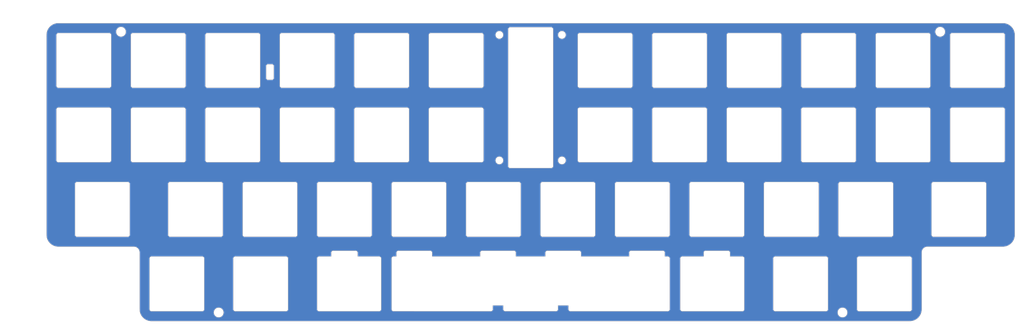
<source format=kicad_pcb>
(kicad_pcb (version 20221018) (generator pcbnew)
  (layers (0 "F.Cu" signal) (31 "B.Cu" signal) (34 "B.Paste" user) (35 "F.Paste" user) (36 "B.SilkS" user "B.Silkscreen") (37 "F.SilkS" user "F.Silkscreen") (38 "B.Mask" user) (39 "F.Mask" user) (44 "Edge.Cuts" user))
  (net 0 "")
  (gr_line (start 232.81611 88.225605) (end 245.81611 88.225605) (stroke (width 0.09)) (layer "Edge.Cuts"))
  (gr_line (start 229.6469 107.776605) (end 229.6469 120.776605) (stroke (width 0.09)) (layer "Edge.Cuts"))
  (gr_curve (pts (xy 87.903815 61.60142) (xy 87.903815 61.848363) (xy 87.692152 62.095309) (xy 87.409928 62.095309)) (stroke (width 0.09)) (layer "Edge.Cuts"))
  (gr_line (start 198.691039 50.625605) (end 198.691039 63.625605) (stroke (width 0.09)) (layer "Edge.Cuts"))
  (gr_line (start 236.291039 64.125605) (end 223.291039 64.125605) (stroke (width 0.09)) (layer "Edge.Cuts"))
  (gr_curve (pts (xy 131.51611 88.225605) (xy 131.792252 88.225605) (xy 132.01611 88.449462) (xy 132.01611 88.725605)) (stroke (width 0.09)) (layer "Edge.Cuts"))
  (gr_curve (pts (xy 274.391039 69.175605) (xy 274.667181 69.175605) (xy 274.891039 69.399463) (xy 274.891039 69.675605)) (stroke (width 0.09)) (layer "Edge.Cuts"))
  (gr_line (start 157.36565 107.273775) (end 149.814697 107.273775) (stroke (width 0.09)) (layer "Edge.Cuts"))
  (gr_line (start 103.441039 50.625605) (end 103.441039 63.625605) (stroke (width 0.09)) (layer "Edge.Cuts"))
  (gr_curve (pts (xy 187.915497 106.306605) (xy 187.915497 106.030463) (xy 187.691639 105.806605) (xy 187.415497 105.806605)) (stroke (width 0.09)) (layer "Edge.Cuts"))
  (gr_line (start 215.6469 120.776605) (end 215.6469 107.776605) (stroke (width 0.09)) (layer "Edge.Cuts"))
  (gr_curve (pts (xy 157.86565 105.806605) (xy 157.589508 105.806605) (xy 157.36565 106.030463) (xy 157.36565 106.306605)) (stroke (width 0.09)) (layer "Edge.Cuts"))
  (gr_line (start 261.391039 69.175605) (end 274.391039 69.175605) (stroke (width 0.09)) (layer "Edge.Cuts"))
  (gr_line (start 91.0344 121.276605) (end 78.0344 121.276605) (stroke (width 0.09)) (layer "Edge.Cuts"))
  (gr_curve (pts (xy 89.941039 83.175605) (xy 89.664896 83.175605) (xy 89.441039 82.951748) (xy 89.441039 82.675605)) (stroke (width 0.09)) (layer "Edge.Cuts"))
  (gr_line (start 192.37165 107.276605) (end 197.839649 107.276605) (stroke (width 0.09)) (layer "Edge.Cuts"))
  (gr_curve (pts (xy 216.1469 121.276605) (xy 215.870758 121.276605) (xy 215.6469 121.052748) (xy 215.6469 120.776605)) (stroke (width 0.09)) (layer "Edge.Cuts"))
  (gr_curve (pts (xy 29.76565 101.751605) (xy 29.76565 103.408459) (xy 31.108796 104.751605) (xy 32.76565 104.751605)) (stroke (width 0.09)) (layer "Edge.Cuts"))
  (gr_line (start 255.10315 104.751605) (end 274.41565 104.751605) (stroke (width 0.09)) (layer "Edge.Cuts"))
  (gr_curve (pts (xy 188.66565 121.276605) (xy 188.941792 121.276605) (xy 189.16565 121.052748) (xy 189.16565 120.776605)) (stroke (width 0.09)) (layer "Edge.Cuts"))
  (gr_curve (pts (xy 112.46611 88.225605) (xy 112.742252 88.225605) (xy 112.96611 88.449462) (xy 112.96611 88.725605)) (stroke (width 0.09)) (layer "Edge.Cuts"))
  (gr_curve (pts (xy 64.841039 50.125605) (xy 65.117181 50.125605) (xy 65.341039 50.349463) (xy 65.341039 50.625605)) (stroke (width 0.09)) (layer "Edge.Cuts"))
  (gr_curve (pts (xy 51.05315 101.725592) (xy 51.05315 102.001734) (xy 50.829292 102.225592) (xy 50.55315 102.225592)) (stroke (width 0.09)) (layer "Edge.Cuts"))
  (gr_curve (pts (xy 103.441039 63.625605) (xy 103.441039 63.901748) (xy 103.217181 64.125605) (xy 102.941039 64.125605)) (stroke (width 0.09)) (layer "Edge.Cuts"))
  (gr_line (start 51.341039 82.675605) (end 51.341039 69.675605) (stroke (width 0.09)) (layer "Edge.Cuts"))
  (gr_line (start 169.61611 102.225605) (end 156.61611 102.225605) (stroke (width 0.09)) (layer "Edge.Cuts"))
  (gr_line (start 203.741039 63.625605) (end 203.741039 50.625605) (stroke (width 0.09)) (layer "Edge.Cuts"))
  (gr_circle (center 73.798702 121.601934) (end 75.048702 121.601934) (stroke (width 0.09)) (fill none) (layer "Edge.Cuts"))
  (gr_curve (pts (xy 37.55315 102.225592) (xy 37.277008 102.225592) (xy 37.05315 102.001734) (xy 37.05315 101.725592)) (stroke (width 0.09)) (layer "Edge.Cuts"))
  (gr_curve (pts (xy 256.12815 88.725605) (xy 256.12815 88.449462) (xy 256.352008 88.225605) (xy 256.62815 88.225605)) (stroke (width 0.09)) (layer "Edge.Cuts"))
  (gr_curve (pts (xy 194.21611 88.725605) (xy 194.21611 88.449462) (xy 194.439967 88.225605) (xy 194.71611 88.225605)) (stroke (width 0.09)) (layer "Edge.Cuts"))
  (gr_curve (pts (xy 166.48965 106.306605) (xy 166.48965 106.030463) (xy 166.265792 105.806605) (xy 165.98965 105.806605)) (stroke (width 0.09)) (layer "Edge.Cuts"))
  (gr_curve (pts (xy 198.191039 50.125605) (xy 198.467181 50.125605) (xy 198.691039 50.349463) (xy 198.691039 50.625605)) (stroke (width 0.09)) (layer "Edge.Cuts"))
  (gr_line (start 93.41611 102.225605) (end 80.41611 102.225605) (stroke (width 0.09)) (layer "Edge.Cuts"))
  (gr_curve (pts (xy 274.891039 82.675605) (xy 274.891039 82.951748) (xy 274.667181 83.175605) (xy 274.391039 83.175605)) (stroke (width 0.09)) (layer "Edge.Cuts"))
  (gr_line (start 141.541039 69.675605) (end 141.541039 82.675605) (stroke (width 0.09)) (layer "Edge.Cuts"))
  (gr_line (start 121.991039 64.125605) (end 108.991039 64.125605) (stroke (width 0.09)) (layer "Edge.Cuts"))
  (gr_line (start 109.33965 106.306605) (end 109.339647 107.276605) (stroke (width 0.09)) (layer "Edge.Cuts"))
  (gr_line (start 50.55315 102.225592) (end 37.55315 102.225592) (stroke (width 0.09)) (layer "Edge.Cuts"))
  (gr_line (start 128.041039 50.125605) (end 141.041039 50.125605) (stroke (width 0.09)) (layer "Edge.Cuts"))
  (gr_curve (pts (xy 223.291039 83.175605) (xy 223.014896 83.175605) (xy 222.791039 82.951748) (xy 222.791039 82.675605)) (stroke (width 0.09)) (layer "Edge.Cuts"))
  (gr_curve (pts (xy 45.791039 50.125605) (xy 46.067181 50.125605) (xy 46.291039 50.349463) (xy 46.291039 50.625605)) (stroke (width 0.09)) (layer "Edge.Cuts"))
  (gr_curve (pts (xy 166.141039 83.175605) (xy 165.864896 83.175605) (xy 165.641039 82.951748) (xy 165.641039 82.675605)) (stroke (width 0.09)) (layer "Edge.Cuts"))
  (gr_curve (pts (xy 32.291039 50.625605) (xy 32.291039 50.349463) (xy 32.514896 50.125605) (xy 32.791039 50.125605)) (stroke (width 0.09)) (layer "Edge.Cuts"))
  (gr_curve (pts (xy 207.75265 107.276605) (xy 208.028792 107.276605) (xy 208.25265 107.500463) (xy 208.25265 107.776605)) (stroke (width 0.09)) (layer "Edge.Cuts"))
  (gr_curve (pts (xy 158.841539 48.650605) (xy 159.117681 48.650605) (xy 159.341539 48.874463) (xy 159.341539 49.150605)) (stroke (width 0.09)) (layer "Edge.Cuts"))
  (gr_curve (pts (xy 179.289325 105.806605) (xy 179.013183 105.806605) (xy 178.789325 106.030463) (xy 178.789325 106.306605)) (stroke (width 0.09)) (layer "Edge.Cuts"))
  (gr_curve (pts (xy 189.16565 107.776605) (xy 189.16565 107.500463) (xy 188.941792 107.276605) (xy 188.66565 107.276605)) (stroke (width 0.09)) (layer "Edge.Cuts"))
  (gr_line (start 46.291039 50.625605) (end 46.291039 63.625605) (stroke (width 0.09)) (layer "Edge.Cuts"))
  (gr_curve (pts (xy 261.391039 64.125605) (xy 261.114896 64.125605) (xy 260.891039 63.901748) (xy 260.891039 63.625605)) (stroke (width 0.09)) (layer "Edge.Cuts"))
  (gr_curve (pts (xy 122.491039 82.675605) (xy 122.491039 82.951748) (xy 122.267181 83.175605) (xy 121.991039 83.175605)) (stroke (width 0.09)) (layer "Edge.Cuts"))
  (gr_line (start 188.66611 102.225605) (end 175.66611 102.225605) (stroke (width 0.09)) (layer "Edge.Cuts"))
  (gr_curve (pts (xy 217.741039 82.675605) (xy 217.741039 82.951748) (xy 217.517181 83.175605) (xy 217.241039 83.175605)) (stroke (width 0.09)) (layer "Edge.Cuts"))
  (gr_curve (pts (xy 213.76611 102.225605) (xy 213.489967 102.225605) (xy 213.26611 102.001747) (xy 213.26611 101.725605)) (stroke (width 0.09)) (layer "Edge.Cuts"))
  (gr_line (start 118.01565 107.776624) (end 118.01565 120.773778) (stroke (width 0.09)) (layer "Edge.Cuts"))
  (gr_curve (pts (xy 245.81611 88.225605) (xy 246.092252 88.225605) (xy 246.31611 88.449462) (xy 246.31611 88.725605)) (stroke (width 0.09)) (layer "Edge.Cuts"))
  (gr_curve (pts (xy 32.291039 69.675605) (xy 32.291039 69.399463) (xy 32.514896 69.175605) (xy 32.791039 69.175605)) (stroke (width 0.09)) (layer "Edge.Cuts"))
  (gr_curve (pts (xy 108.83965 105.806605) (xy 109.115792 105.806605) (xy 109.33965 106.030463) (xy 109.33965 106.306605)) (stroke (width 0.09)) (layer "Edge.Cuts"))
  (gr_line (start 156.11611 101.725605) (end 156.11611 88.725605) (stroke (width 0.09)) (layer "Edge.Cuts"))
  (gr_curve (pts (xy 56.10315 107.776605) (xy 56.10315 107.500463) (xy 56.327008 107.276605) (xy 56.60315 107.276605)) (stroke (width 0.09)) (layer "Edge.Cuts"))
  (gr_curve (pts (xy 79.91611 88.725605) (xy 79.91611 88.449462) (xy 80.139967 88.225605) (xy 80.41611 88.225605)) (stroke (width 0.09)) (layer "Edge.Cuts"))
  (gr_curve (pts (xy 128.041039 83.175605) (xy 127.764896 83.175605) (xy 127.541039 82.951748) (xy 127.541039 82.675605)) (stroke (width 0.09)) (layer "Edge.Cuts"))
  (gr_curve (pts (xy 32.791039 64.125605) (xy 32.514896 64.125605) (xy 32.291039 63.901748) (xy 32.291039 63.625605)) (stroke (width 0.09)) (layer "Edge.Cuts"))
  (gr_curve (pts (xy 198.691039 82.675605) (xy 198.691039 82.951748) (xy 198.467181 83.175605) (xy 198.191039 83.175605)) (stroke (width 0.09)) (layer "Edge.Cuts"))
  (gr_curve (pts (xy 121.991039 69.175605) (xy 122.267181 69.175605) (xy 122.491039 69.399463) (xy 122.491039 69.675605)) (stroke (width 0.09)) (layer "Edge.Cuts"))
  (gr_curve (pts (xy 192.37165 121.276605) (xy 192.095508 121.276605) (xy 191.87165 121.052748) (xy 191.87165 120.776605)) (stroke (width 0.09)) (layer "Edge.Cuts"))
  (gr_line (start 89.441039 82.675605) (end 89.441039 69.675605) (stroke (width 0.09)) (layer "Edge.Cuts"))
  (gr_curve (pts (xy 232.81611 102.225605) (xy 232.539967 102.225605) (xy 232.31611 102.001747) (xy 232.31611 101.725605)) (stroke (width 0.09)) (layer "Edge.Cuts"))
  (gr_curve (pts (xy 141.541039 63.625605) (xy 141.541039 63.901748) (xy 141.317181 64.125605) (xy 141.041039 64.125605)) (stroke (width 0.09)) (layer "Edge.Cuts"))
  (gr_line (start 32.291039 63.625605) (end 32.291039 50.625605) (stroke (width 0.09)) (layer "Edge.Cuts"))
  (gr_line (start 32.291039 82.675605) (end 32.291039 69.675605) (stroke (width 0.09)) (layer "Edge.Cuts"))
  (gr_line (start 65.341039 69.675605) (end 65.341039 82.675605) (stroke (width 0.09)) (layer "Edge.Cuts"))
  (gr_line (start 179.641039 69.675605) (end 179.641039 82.675605) (stroke (width 0.09)) (layer "Edge.Cuts"))
  (gr_circle (center 258.34866 49.801983) (end 259.59866 49.801983) (stroke (width 0.09)) (fill none) (layer "Edge.Cuts"))
  (gr_curve (pts (xy 204.241039 83.175605) (xy 203.964896 83.175605) (xy 203.741039 82.951748) (xy 203.741039 82.675605)) (stroke (width 0.09)) (layer "Edge.Cuts"))
  (gr_line (start 127.541039 82.675605) (end 127.541039 69.675605) (stroke (width 0.09)) (layer "Edge.Cuts"))
  (gr_line (start 148.340539 48.650605) (end 158.841539 48.650605) (stroke (width 0.09)) (layer "Edge.Cuts"))
  (gr_line (start 74.86611 88.725605) (end 74.86611 101.725605) (stroke (width 0.09)) (layer "Edge.Cuts"))
  (gr_line (start 56.60315 107.276605) (end 69.60315 107.276605) (stroke (width 0.09)) (layer "Edge.Cuts"))
  (gr_line (start 178.789325 106.306605) (end 178.789325 107.276605) (stroke (width 0.09)) (layer "Edge.Cuts"))
  (gr_curve (pts (xy 74.86611 101.725605) (xy 74.86611 102.001747) (xy 74.642252 102.225605) (xy 74.36611 102.225605)) (stroke (width 0.09)) (layer "Edge.Cuts"))
  (gr_line (start 103.08965 105.806605) (end 108.83965 105.806605) (stroke (width 0.09)) (layer "Edge.Cuts"))
  (gr_curve (pts (xy 184.691039 69.675605) (xy 184.691039 69.399463) (xy 184.914896 69.175605) (xy 185.191039 69.175605)) (stroke (width 0.09)) (layer "Edge.Cuts"))
  (gr_line (start 198.691039 69.675605) (end 198.691039 82.675605) (stroke (width 0.09)) (layer "Edge.Cuts"))
  (gr_curve (pts (xy 128.041039 64.125605) (xy 127.764896 64.125605) (xy 127.541039 63.901748) (xy 127.541039 63.625605)) (stroke (width 0.09)) (layer "Edge.Cuts"))
  (gr_line (start 251.07815 107.776605) (end 251.07815 120.776605) (stroke (width 0.09)) (layer "Edge.Cuts"))
  (gr_line (start 270.12815 88.725605) (end 270.12815 101.725605) (stroke (width 0.09)) (layer "Edge.Cuts"))
  (gr_curve (pts (xy 194.71611 102.225605) (xy 194.439967 102.225605) (xy 194.21611 102.001747) (xy 194.21611 101.725605)) (stroke (width 0.09)) (layer "Edge.Cuts"))
  (gr_curve (pts (xy 51.341039 69.675605) (xy 51.341039 69.399463) (xy 51.564896 69.175605) (xy 51.841039 69.175605)) (stroke (width 0.09)) (layer "Edge.Cuts"))
  (gr_line (start 37.05315 101.725592) (end 37.05315 88.725592) (stroke (width 0.09)) (layer "Edge.Cuts"))
  (gr_curve (pts (xy 166.141039 64.125605) (xy 165.864896 64.125605) (xy 165.641039 63.901748) (xy 165.641039 63.625605)) (stroke (width 0.09)) (layer "Edge.Cuts"))
  (gr_line (start 207.75265 121.276605) (end 192.37165 121.276605) (stroke (width 0.09)) (layer "Edge.Cuts"))
  (gr_curve (pts (xy 85.928263 58.602809) (xy 85.928263 58.320587) (xy 86.139932 58.108919) (xy 86.422149 58.108919)) (stroke (width 0.09)) (layer "Edge.Cuts"))
  (gr_curve (pts (xy 102.941039 69.175605) (xy 103.217181 69.175605) (xy 103.441039 69.399463) (xy 103.441039 69.675605)) (stroke (width 0.09)) (layer "Edge.Cuts"))
  (gr_curve (pts (xy 137.06611 88.725605) (xy 137.06611 88.449462) (xy 137.289967 88.225605) (xy 137.56611 88.225605)) (stroke (width 0.09)) (layer "Edge.Cuts"))
  (gr_line (start 51.841039 50.125605) (end 64.841039 50.125605) (stroke (width 0.09)) (layer "Edge.Cuts"))
  (gr_line (start 217.241039 64.125605) (end 204.241039 64.125605) (stroke (width 0.09)) (layer "Edge.Cuts"))
  (gr_line (start 185.191039 50.125605) (end 198.191039 50.125605) (stroke (width 0.09)) (layer "Edge.Cuts"))
  (gr_curve (pts (xy 84.391039 82.675605) (xy 84.391039 82.951748) (xy 84.167181 83.175605) (xy 83.891039 83.175605)) (stroke (width 0.09)) (layer "Edge.Cuts"))
  (gr_curve (pts (xy 93.91611 101.725605) (xy 93.91611 102.001747) (xy 93.692252 102.225605) (xy 93.41611 102.225605)) (stroke (width 0.09)) (layer "Edge.Cuts"))
  (gr_line (start 53.57815 106.251605) (end 53.57815 120.801605) (stroke (width 0.09)) (layer "Edge.Cuts"))
  (gr_curve (pts (xy 102.58965 106.306605) (xy 102.58965 106.030463) (xy 102.813508 105.806605) (xy 103.08965 105.806605)) (stroke (width 0.09)) (layer "Edge.Cuts"))
  (gr_curve (pts (xy 118.51565 107.276624) (xy 118.239508 107.276624) (xy 118.01565 107.500482) (xy 118.01565 107.776624)) (stroke (width 0.09)) (layer "Edge.Cuts"))
  (gr_line (start 108.491039 63.625605) (end 108.491039 50.625605) (stroke (width 0.09)) (layer "Edge.Cuts"))
  (gr_curve (pts (xy 253.60315 106.251605) (xy 253.60315 105.423178) (xy 254.274723 104.751605) (xy 255.10315 104.751605)) (stroke (width 0.09)) (layer "Edge.Cuts"))
  (gr_curve (pts (xy 56.60315 121.276605) (xy 56.327008 121.276605) (xy 56.10315 121.052748) (xy 56.10315 120.776605)) (stroke (width 0.09)) (layer "Edge.Cuts"))
  (gr_line (start 217.741039 69.675605) (end 217.741039 82.675605) (stroke (width 0.09)) (layer "Edge.Cuts"))
  (gr_curve (pts (xy 141.041039 69.175605) (xy 141.317181 69.175605) (xy 141.541039 69.399463) (xy 141.541039 69.675605)) (stroke (width 0.09)) (layer "Edge.Cuts"))
  (gr_curve (pts (xy 52.07815 104.751605) (xy 52.906577 104.751605) (xy 53.57815 105.423178) (xy 53.57815 106.251605)) (stroke (width 0.09)) (layer "Edge.Cuts"))
  (gr_curve (pts (xy 250.57815 107.276605) (xy 250.854292 107.276605) (xy 251.07815 107.500463) (xy 251.07815 107.776605)) (stroke (width 0.09)) (layer "Edge.Cuts"))
  (gr_line (start 250.57815 121.276605) (end 237.57815 121.276605) (stroke (width 0.09)) (layer "Edge.Cuts"))
  (gr_curve (pts (xy 98.96611 88.725605) (xy 98.96611 88.449462) (xy 99.189967 88.225605) (xy 99.46611 88.225605)) (stroke (width 0.09)) (layer "Edge.Cuts"))
  (gr_curve (pts (xy 204.241039 64.125605) (xy 203.964896 64.125605) (xy 203.741039 63.901748) (xy 203.741039 63.625605)) (stroke (width 0.09)) (layer "Edge.Cuts"))
  (gr_line (start 119.26565 106.306605) (end 119.26565 107.276605) (stroke (width 0.09)) (layer "Edge.Cuts"))
  (gr_line (start 149.314697 105.806605) (end 141.189975 105.806605) (stroke (width 0.09)) (layer "Edge.Cuts"))
  (gr_curve (pts (xy 185.191039 83.175605) (xy 184.914896 83.175605) (xy 184.691039 82.951748) (xy 184.691039 82.675605)) (stroke (width 0.09)) (layer "Edge.Cuts"))
  (gr_line (start 79.91611 101.725605) (end 79.91611 88.725605) (stroke (width 0.09)) (layer "Edge.Cuts"))
  (gr_curve (pts (xy 163.259697 120.776605) (xy 163.259697 121.052748) (xy 163.483554 121.276605) (xy 163.759697 121.276605)) (stroke (width 0.09)) (layer "Edge.Cuts"))
  (gr_line (start 77.5344 120.776605) (end 77.5344 107.776605) (stroke (width 0.09)) (layer "Edge.Cuts"))
  (gr_line (start 241.841039 82.675605) (end 241.841039 69.675605) (stroke (width 0.09)) (layer "Edge.Cuts"))
  (gr_line (start 260.891039 63.625605) (end 260.891039 50.625605) (stroke (width 0.09)) (layer "Edge.Cuts"))
  (gr_line (start 217.241039 83.175605) (end 204.241039 83.175605) (stroke (width 0.09)) (layer "Edge.Cuts"))
  (gr_line (start 255.841039 50.625605) (end 255.841039 63.625605) (stroke (width 0.09)) (layer "Edge.Cuts"))
  (gr_curve (pts (xy 141.541039 82.675605) (xy 141.541039 82.951748) (xy 141.317181 83.175605) (xy 141.041039 83.175605)) (stroke (width 0.09)) (layer "Edge.Cuts"))
  (gr_line (start 45.791039 83.175605) (end 32.791039 83.175605) (stroke (width 0.09)) (layer "Edge.Cuts"))
  (gr_curve (pts (xy 70.891039 83.175605) (xy 70.614896 83.175605) (xy 70.391039 82.951748) (xy 70.391039 82.675605)) (stroke (width 0.09)) (layer "Edge.Cuts"))
  (gr_line (start 98.96611 101.725605) (end 98.96611 88.725605) (stroke (width 0.09)) (layer "Edge.Cuts"))
  (gr_line (start 253.60315 120.801605) (end 253.60315 106.251605) (stroke (width 0.09)) (layer "Edge.Cuts"))
  (gr_curve (pts (xy 51.841039 83.175605) (xy 51.564896 83.175605) (xy 51.341039 82.951748) (xy 51.341039 82.675605)) (stroke (width 0.09)) (layer "Edge.Cuts"))
  (gr_curve (pts (xy 69.60315 107.276605) (xy 69.879292 107.276605) (xy 70.10315 107.500463) (xy 70.10315 107.776605)) (stroke (width 0.09)) (layer "Edge.Cuts"))
  (gr_line (start 166.141039 50.125605) (end 179.141039 50.125605) (stroke (width 0.09)) (layer "Edge.Cuts"))
  (gr_curve (pts (xy 237.07815 107.776605) (xy 237.07815 107.500463) (xy 237.302008 107.276605) (xy 237.57815 107.276605)) (stroke (width 0.09)) (layer "Edge.Cuts"))
  (gr_curve (pts (xy 159.341539 84.150605) (xy 159.341539 84.426748) (xy 159.117681 84.650605) (xy 158.841539 84.650605)) (stroke (width 0.09)) (layer "Edge.Cuts"))
  (gr_line (start 147.09065 121.273778) (end 160.09065 121.273778) (stroke (width 0.09)) (layer "Edge.Cuts"))
  (gr_curve (pts (xy 208.25265 120.776605) (xy 208.25265 121.052748) (xy 208.028792 121.276605) (xy 207.75265 121.276605)) (stroke (width 0.09)) (layer "Edge.Cuts"))
  (gr_curve (pts (xy 188.66611 88.225605) (xy 188.942252 88.225605) (xy 189.16611 88.449462) (xy 189.16611 88.725605)) (stroke (width 0.09)) (layer "Edge.Cuts"))
  (gr_curve (pts (xy 141.041039 50.125605) (xy 141.317181 50.125605) (xy 141.541039 50.349463) (xy 141.541039 50.625605)) (stroke (width 0.09)) (layer "Edge.Cuts"))
  (gr_line (start 184.691039 63.625605) (end 184.691039 50.625605) (stroke (width 0.09)) (layer "Edge.Cuts"))
  (gr_curve (pts (xy 274.391039 50.125605) (xy 274.667181 50.125605) (xy 274.891039 50.349463) (xy 274.891039 50.625605)) (stroke (width 0.09)) (layer "Edge.Cuts"))
  (gr_line (start 83.891039 83.175605) (end 70.891039 83.175605) (stroke (width 0.09)) (layer "Edge.Cuts"))
  (gr_line (start 185.191039 69.175605) (end 198.191039 69.175605) (stroke (width 0.09)) (layer "Edge.Cuts"))
  (gr_circle (center 48.813758 49.802079) (end 50.063758 49.802079) (stroke (width 0.09)) (fill none) (layer "Edge.Cuts"))
  (gr_line (start 64.841039 64.125605) (end 51.841039 64.125605) (stroke (width 0.09)) (layer "Edge.Cuts"))
  (gr_curve (pts (xy 274.41565 104.751605) (xy 276.072504 104.751605) (xy 277.41565 103.408459) (xy 277.41565 101.751605)) (stroke (width 0.09)) (layer "Edge.Cuts"))
  (gr_line (start 269.62815 102.225605) (end 256.62815 102.225605) (stroke (width 0.09)) (layer "Edge.Cuts"))
  (gr_curve (pts (xy 108.991039 83.175605) (xy 108.714896 83.175605) (xy 108.491039 82.951748) (xy 108.491039 82.675605)) (stroke (width 0.09)) (layer "Edge.Cuts"))
  (gr_line (start 260.891039 82.675605) (end 260.891039 69.675605) (stroke (width 0.09)) (layer "Edge.Cuts"))
  (gr_curve (pts (xy 83.891039 69.175605) (xy 84.167181 69.175605) (xy 84.391039 69.399463) (xy 84.391039 69.675605)) (stroke (width 0.09)) (layer "Edge.Cuts"))
  (gr_curve (pts (xy 137.56611 102.225605) (xy 137.289967 102.225605) (xy 137.06611 102.001747) (xy 137.06611 101.725605)) (stroke (width 0.09)) (layer "Edge.Cuts"))
  (gr_line (start 98.96565 120.776605) (end 98.96565 107.776605) (stroke (width 0.09)) (layer "Edge.Cuts"))
  (gr_curve (pts (xy 60.86611 88.725605) (xy 60.86611 88.449462) (xy 61.089967 88.225605) (xy 61.36611 88.225605)) (stroke (width 0.09)) (layer "Edge.Cuts"))
  (gr_curve (pts (xy 77.5344 107.776605) (xy 77.5344 107.500463) (xy 77.758258 107.276605) (xy 78.0344 107.276605)) (stroke (width 0.09)) (layer "Edge.Cuts"))
  (gr_line (start 131.51611 102.225605) (end 118.51611 102.225605) (stroke (width 0.09)) (layer "Edge.Cuts"))
  (gr_curve (pts (xy 103.441039 82.675605) (xy 103.441039 82.951748) (xy 103.217181 83.175605) (xy 102.941039 83.175605)) (stroke (width 0.09)) (layer "Edge.Cuts"))
  (gr_curve (pts (xy 70.391039 50.625605) (xy 70.391039 50.349463) (xy 70.614896 50.125605) (xy 70.891039 50.125605)) (stroke (width 0.09)) (layer "Edge.Cuts"))
  (gr_curve (pts (xy 84.391039 63.625605) (xy 84.391039 63.901748) (xy 84.167181 64.125605) (xy 83.891039 64.125605)) (stroke (width 0.09)) (layer "Edge.Cuts"))
  (gr_line (start 118.51565 121.273778) (end 143.421297 121.276605) (stroke (width 0.09)) (layer "Edge.Cuts"))
  (gr_line (start 140.689975 107.273775) (end 128.38965 107.276605) (stroke (width 0.09)) (layer "Edge.Cuts"))
  (gr_line (start 56.57815 123.801605) (end 250.60315 123.801605) (stroke (width 0.09)) (layer "Edge.Cuts"))
  (gr_curve (pts (xy 215.6469 107.776605) (xy 215.6469 107.500463) (xy 215.870758 107.276605) (xy 216.1469 107.276605)) (stroke (width 0.09)) (layer "Edge.Cuts"))
  (gr_line (start 112.96611 88.725605) (end 112.96611 101.725605) (stroke (width 0.09)) (layer "Edge.Cuts"))
  (gr_line (start 140.689975 106.306605) (end 140.689975 107.273775) (stroke (width 0.09)) (layer "Edge.Cuts"))
  (gr_line (start 178.789325 107.276605) (end 166.48965 107.276605) (stroke (width 0.09)) (layer "Edge.Cuts"))
  (gr_line (start 118.01611 101.725605) (end 118.01611 88.725605) (stroke (width 0.09)) (layer "Edge.Cuts"))
  (gr_line (start 70.391039 63.625605) (end 70.391039 50.625605) (stroke (width 0.09)) (layer "Edge.Cuts"))
  (gr_line (start 165.641039 63.625605) (end 165.641039 50.625605) (stroke (width 0.09)) (layer "Edge.Cuts"))
  (gr_line (start 87.903815 58.602809) (end 87.903815 61.60142) (stroke (width 0.09)) (layer "Edge.Cuts"))
  (gr_curve (pts (xy 165.641039 50.625605) (xy 165.641039 50.349463) (xy 165.864896 50.125605) (xy 166.141039 50.125605)) (stroke (width 0.09)) (layer "Edge.Cuts"))
  (gr_curve (pts (xy 108.991039 64.125605) (xy 108.714896 64.125605) (xy 108.491039 63.901748) (xy 108.491039 63.625605)) (stroke (width 0.09)) (layer "Edge.Cuts"))
  (gr_line (start 242.341039 69.175605) (end 255.341039 69.175605) (stroke (width 0.09)) (layer "Edge.Cuts"))
  (gr_line (start 87.409928 62.095309) (end 86.422149 62.095309) (stroke (width 0.09)) (layer "Edge.Cuts"))
  (gr_line (start 222.791039 82.675605) (end 222.791039 69.675605) (stroke (width 0.09)) (layer "Edge.Cuts"))
  (gr_line (start 137.56611 88.225605) (end 150.56611 88.225605) (stroke (width 0.09)) (layer "Edge.Cuts"))
  (gr_curve (pts (xy 50.55315 88.225592) (xy 50.829292 88.225592) (xy 51.05315 88.449449) (xy 51.05315 88.725592)) (stroke (width 0.09)) (layer "Edge.Cuts"))
  (gr_line (start 274.891039 50.625605) (end 274.891039 63.625605) (stroke (width 0.09)) (layer "Edge.Cuts"))
  (gr_line (start 103.441039 69.675605) (end 103.441039 82.675605) (stroke (width 0.09)) (layer "Edge.Cuts"))
  (gr_line (start 65.341039 50.625605) (end 65.341039 63.625605) (stroke (width 0.09)) (layer "Edge.Cuts"))
  (gr_line (start 160.590652 119.806605) (end 163.259696 119.806605) (stroke (width 0.09)) (layer "Edge.Cuts"))
  (gr_curve (pts (xy 232.31611 88.725605) (xy 232.31611 88.449462) (xy 232.539967 88.225605) (xy 232.81611 88.225605)) (stroke (width 0.09)) (layer "Edge.Cuts"))
  (gr_line (start 89.941039 50.125605) (end 102.941039 50.125605) (stroke (width 0.09)) (layer "Edge.Cuts"))
  (gr_curve (pts (xy 89.441039 69.675605) (xy 89.441039 69.399463) (xy 89.664896 69.175605) (xy 89.941039 69.175605)) (stroke (width 0.09)) (layer "Edge.Cuts"))
  (gr_line (start 236.291039 83.175605) (end 223.291039 83.175605) (stroke (width 0.09)) (layer "Edge.Cuts"))
  (gr_line (start 51.841039 69.175605) (end 64.841039 69.175605) (stroke (width 0.09)) (layer "Edge.Cuts"))
  (gr_curve (pts (xy 242.341039 83.175605) (xy 242.064896 83.175605) (xy 241.841039 82.951748) (xy 241.841039 82.675605)) (stroke (width 0.09)) (layer "Edge.Cuts"))
  (gr_line (start 69.60315 121.276605) (end 56.60315 121.276605) (stroke (width 0.09)) (layer "Edge.Cuts"))
  (gr_line (start 232.31611 101.725605) (end 232.31611 88.725605) (stroke (width 0.09)) (layer "Edge.Cuts"))
  (gr_line (start 143.921297 120.776605) (end 143.921298 119.806605) (stroke (width 0.09)) (layer "Edge.Cuts"))
  (gr_curve (pts (xy 108.491039 69.675605) (xy 108.491039 69.399463) (xy 108.714896 69.175605) (xy 108.991039 69.175605)) (stroke (width 0.09)) (layer "Edge.Cuts"))
  (gr_line (start 56.10315 120.776605) (end 56.10315 107.776605) (stroke (width 0.09)) (layer "Edge.Cuts"))
  (gr_line (start 149.814697 107.273775) (end 149.814697 106.306605) (stroke (width 0.09)) (layer "Edge.Cuts"))
  (gr_line (start 204.241039 50.125605) (end 217.241039 50.125605) (stroke (width 0.09)) (layer "Edge.Cuts"))
  (gr_line (start 261.391039 50.125605) (end 274.391039 50.125605) (stroke (width 0.09)) (layer "Edge.Cuts"))
  (gr_curve (pts (xy 179.641039 82.675605) (xy 179.641039 82.951748) (xy 179.417181 83.175605) (xy 179.141039 83.175605)) (stroke (width 0.09)) (layer "Edge.Cuts"))
  (gr_line (start 194.71611 88.225605) (end 207.71611 88.225605) (stroke (width 0.09)) (layer "Edge.Cuts"))
  (gr_line (start 237.57815 107.276605) (end 250.57815 107.276605) (stroke (width 0.09)) (layer "Edge.Cuts"))
  (gr_line (start 165.98965 105.806605) (end 157.86565 105.806605) (stroke (width 0.09)) (layer "Edge.Cuts"))
  (gr_line (start 86.422149 58.108919) (end 87.409928 58.108919) (stroke (width 0.09)) (layer "Edge.Cuts"))
  (gr_line (start 109.339647 107.276605) (end 114.84665 107.276605) (stroke (width 0.09)) (layer "Edge.Cuts"))
  (gr_curve (pts (xy 114.84665 107.276605) (xy 115.122792 107.276605) (xy 115.34665 107.500463) (xy 115.34665 107.776605)) (stroke (width 0.09)) (layer "Edge.Cuts"))
  (gr_curve (pts (xy 226.76611 88.225605) (xy 227.042252 88.225605) (xy 227.26611 88.449462) (xy 227.26611 88.725605)) (stroke (width 0.09)) (layer "Edge.Cuts"))
  (gr_line (start 64.841039 83.175605) (end 51.841039 83.175605) (stroke (width 0.09)) (layer "Edge.Cuts"))
  (gr_curve (pts (xy 147.840539 49.150605) (xy 147.840539 48.874463) (xy 148.064396 48.650605) (xy 148.340539 48.650605)) (stroke (width 0.09)) (layer "Edge.Cuts"))
  (gr_line (start 236.791039 69.675605) (end 236.791039 82.675605) (stroke (width 0.09)) (layer "Edge.Cuts"))
  (gr_line (start 156.61611 88.225605) (end 169.61611 88.225605) (stroke (width 0.09)) (layer "Edge.Cuts"))
  (gr_curve (pts (xy 217.241039 69.175605) (xy 217.517181 69.175605) (xy 217.741039 69.399463) (xy 217.741039 69.675605)) (stroke (width 0.09)) (layer "Edge.Cuts"))
  (gr_line (start 119.26565 107.276605) (end 118.51565 107.276624) (stroke (width 0.09)) (layer "Edge.Cuts"))
  (gr_line (start 274.41565 47.601605) (end 32.76565 47.601605) (stroke (width 0.09)) (layer "Edge.Cuts"))
  (gr_line (start 150.56611 102.225605) (end 137.56611 102.225605) (stroke (width 0.09)) (layer "Edge.Cuts"))
  (gr_curve (pts (xy 80.41611 102.225605) (xy 80.139967 102.225605) (xy 79.91611 102.001747) (xy 79.91611 101.725605)) (stroke (width 0.09)) (layer "Edge.Cuts"))
  (gr_line (start 179.141039 83.175605) (end 166.141039 83.175605) (stroke (width 0.09)) (layer "Edge.Cuts"))
  (gr_line (start 70.391039 82.675605) (end 70.391039 69.675605) (stroke (width 0.09)) (layer "Edge.Cuts"))
  (gr_line (start 165.641039 82.675605) (end 165.641039 69.675605) (stroke (width 0.09)) (layer "Edge.Cuts"))
  (gr_curve (pts (xy 146.59065 120.773778) (xy 146.59065 121.049921) (xy 146.814508 121.273778) (xy 147.09065 121.273778)) (stroke (width 0.09)) (layer "Edge.Cuts"))
  (gr_line (start 175.16611 101.725605) (end 175.16611 88.725605) (stroke (width 0.09)) (layer "Edge.Cuts"))
  (gr_line (start 237.07815 120.776605) (end 237.07815 107.776605) (stroke (width 0.09)) (layer "Edge.Cuts"))
  (gr_curve (pts (xy 169.61611 88.225605) (xy 169.892252 88.225605) (xy 170.11611 88.449462) (xy 170.11611 88.725605)) (stroke (width 0.09)) (layer "Edge.Cuts"))
  (gr_line (start 213.76611 88.225605) (end 226.76611 88.225605) (stroke (width 0.09)) (layer "Edge.Cuts"))
  (gr_curve (pts (xy 207.71611 88.225605) (xy 207.992252 88.225605) (xy 208.21611 88.449462) (xy 208.21611 88.725605)) (stroke (width 0.09)) (layer "Edge.Cuts"))
  (gr_curve (pts (xy 170.11611 101.725605) (xy 170.11611 102.001747) (xy 169.892252 102.225605) (xy 169.61611 102.225605)) (stroke (width 0.09)) (layer "Edge.Cuts"))
  (gr_line (start 85.928263 61.60142) (end 85.928263 58.602809) (stroke (width 0.09)) (layer "Edge.Cuts"))
  (gr_line (start 255.341039 83.175605) (end 242.341039 83.175605) (stroke (width 0.09)) (layer "Edge.Cuts"))
  (gr_curve (pts (xy 32.791039 83.175605) (xy 32.514896 83.175605) (xy 32.291039 82.951748) (xy 32.291039 82.675605)) (stroke (width 0.09)) (layer "Edge.Cuts"))
  (gr_line (start 208.25265 107.776605) (end 208.25265 120.776605) (stroke (width 0.09)) (layer "Edge.Cuts"))
  (gr_line (start 146.590651 119.806605) (end 146.59065 120.773778) (stroke (width 0.09)) (layer "Edge.Cuts"))
  (gr_curve (pts (xy 229.6469 120.776605) (xy 229.6469 121.052748) (xy 229.423042 121.276605) (xy 229.1469 121.276605)) (stroke (width 0.09)) (layer "Edge.Cuts"))
  (gr_line (start 114.84665 121.276605) (end 99.46565 121.276605) (stroke (width 0.09)) (layer "Edge.Cuts"))
  (gr_line (start 274.391039 64.125605) (end 261.391039 64.125605) (stroke (width 0.09)) (layer "Edge.Cuts"))
  (gr_circle (center 161.591152 82.702002) (end 162.578928 82.702002) (stroke (width 0.09)) (fill none) (layer "Edge.Cuts"))
  (gr_line (start 189.16611 88.725605) (end 189.16611 101.725605) (stroke (width 0.09)) (layer "Edge.Cuts"))
  (gr_curve (pts (xy 185.191039 64.125605) (xy 184.914896 64.125605) (xy 184.691039 63.901748) (xy 184.691039 63.625605)) (stroke (width 0.09)) (layer "Edge.Cuts"))
  (gr_curve (pts (xy 236.791039 82.675605) (xy 236.791039 82.951748) (xy 236.567181 83.175605) (xy 236.291039 83.175605)) (stroke (width 0.09)) (layer "Edge.Cuts"))
  (gr_line (start 160.59065 120.773778) (end 160.590652 119.806605) (stroke (width 0.09)) (layer "Edge.Cuts"))
  (gr_line (start 163.259696 119.806605) (end 163.259697 120.776605) (stroke (width 0.09)) (layer "Edge.Cuts"))
  (gr_curve (pts (xy 99.46565 121.276605) (xy 99.189508 121.276605) (xy 98.96565 121.052748) (xy 98.96565 120.776605)) (stroke (width 0.09)) (layer "Edge.Cuts"))
  (gr_line (start 151.06611 88.725605) (end 151.06611 101.725605) (stroke (width 0.09)) (layer "Edge.Cuts"))
  (gr_curve (pts (xy 99.46611 102.225605) (xy 99.189967 102.225605) (xy 98.96611 102.001747) (xy 98.96611 101.725605)) (stroke (width 0.09)) (layer "Edge.Cuts"))
  (gr_curve (pts (xy 151.06611 101.725605) (xy 151.06611 102.001747) (xy 150.842252 102.225605) (xy 150.56611 102.225605)) (stroke (width 0.09)) (layer "Edge.Cuts"))
  (gr_line (start 222.791039 63.625605) (end 222.791039 50.625605) (stroke (width 0.09)) (layer "Edge.Cuts"))
  (gr_curve (pts (xy 127.541039 69.675605) (xy 127.541039 69.399463) (xy 127.764896 69.175605) (xy 128.041039 69.175605)) (stroke (width 0.09)) (layer "Edge.Cuts"))
  (gr_curve (pts (xy 156.11611 88.725605) (xy 156.11611 88.449462) (xy 156.339967 88.225605) (xy 156.61611 88.225605)) (stroke (width 0.09)) (layer "Edge.Cuts"))
  (gr_line (start 127.541039 63.625605) (end 127.541039 50.625605) (stroke (width 0.09)) (layer "Edge.Cuts"))
  (gr_line (start 226.76611 102.225605) (end 213.76611 102.225605) (stroke (width 0.09)) (layer "Edge.Cuts"))
  (gr_line (start 70.891039 69.175605) (end 83.891039 69.175605) (stroke (width 0.09)) (layer "Edge.Cuts"))
  (gr_line (start 175.66611 88.225605) (end 188.66611 88.225605) (stroke (width 0.09)) (layer "Edge.Cuts"))
  (gr_curve (pts (xy 260.891039 50.625605) (xy 260.891039 50.349463) (xy 261.114896 50.125605) (xy 261.391039 50.125605)) (stroke (width 0.09)) (layer "Edge.Cuts"))
  (gr_line (start 91.5344 107.776605) (end 91.5344 120.776605) (stroke (width 0.09)) (layer "Edge.Cuts"))
  (gr_line (start 93.91611 88.725605) (end 93.91611 101.725605) (stroke (width 0.09)) (layer "Edge.Cuts"))
  (gr_line (start 127.88965 105.806605) (end 119.76565 105.806605) (stroke (width 0.09)) (layer "Edge.Cuts"))
  (gr_line (start 166.141039 69.175605) (end 179.141039 69.175605) (stroke (width 0.09)) (layer "Edge.Cuts"))
  (gr_line (start 256.62815 88.225605) (end 269.62815 88.225605) (stroke (width 0.09)) (layer "Edge.Cuts"))
  (gr_curve (pts (xy 87.409928 58.108919) (xy 87.692152 58.108919) (xy 87.903815 58.320585) (xy 87.903815 58.602809)) (stroke (width 0.09)) (layer "Edge.Cuts"))
  (gr_line (start 198.33965 105.806605) (end 204.08965 105.806605) (stroke (width 0.09)) (layer "Edge.Cuts"))
  (gr_curve (pts (xy 78.0344 121.276605) (xy 77.758258 121.276605) (xy 77.5344 121.052748) (xy 77.5344 120.776605)) (stroke (width 0.09)) (layer "Edge.Cuts"))
  (gr_line (start 223.291039 50.125605) (end 236.291039 50.125605) (stroke (width 0.09)) (layer "Edge.Cuts"))
  (gr_curve (pts (xy 255.341039 50.125605) (xy 255.617181 50.125605) (xy 255.841039 50.349463) (xy 255.841039 50.625605)) (stroke (width 0.09)) (layer "Edge.Cuts"))
  (gr_line (start 204.58965 106.306605) (end 204.589649 107.276605) (stroke (width 0.09)) (layer "Edge.Cuts"))
  (gr_curve (pts (xy 122.491039 63.625605) (xy 122.491039 63.901748) (xy 122.267181 64.125605) (xy 121.991039 64.125605)) (stroke (width 0.09)) (layer "Edge.Cuts"))
  (gr_curve (pts (xy 203.741039 69.675605) (xy 203.741039 69.399463) (xy 203.964896 69.175605) (xy 204.241039 69.175605)) (stroke (width 0.09)) (layer "Edge.Cuts"))
  (gr_curve (pts (xy 45.791039 69.175605) (xy 46.067181 69.175605) (xy 46.291039 69.399463) (xy 46.291039 69.675605)) (stroke (width 0.09)) (layer "Edge.Cuts"))
  (gr_line (start 115.34665 107.776605) (end 115.34665 120.776605) (stroke (width 0.09)) (layer "Edge.Cuts"))
  (gr_line (start 147.840539 84.150605) (end 147.840539 49.150605) (stroke (width 0.09)) (layer "Edge.Cuts"))
  (gr_line (start 60.86611 101.725605) (end 60.86611 88.725605) (stroke (width 0.09)) (layer "Edge.Cuts"))
  (gr_curve (pts (xy 83.891039 50.125605) (xy 84.167181 50.125605) (xy 84.391039 50.349463) (xy 84.391039 50.625605)) (stroke (width 0.09)) (layer "Edge.Cuts"))
  (gr_curve (pts (xy 277.41565 50.601605) (xy 277.41565 48.944751) (xy 276.072504 47.601605) (xy 274.41565 47.601605)) (stroke (width 0.09)) (layer "Edge.Cuts"))
  (gr_curve (pts (xy 229.1469 107.276605) (xy 229.423042 107.276605) (xy 229.6469 107.500463) (xy 229.6469 107.776605)) (stroke (width 0.09)) (layer "Edge.Cuts"))
  (gr_curve (pts (xy 269.62815 88.225605) (xy 269.904292 88.225605) (xy 270.12815 88.449462) (xy 270.12815 88.725605)) (stroke (width 0.09)) (layer "Edge.Cuts"))
  (gr_line (start 203.741039 82.675605) (end 203.741039 69.675605) (stroke (width 0.09)) (layer "Edge.Cuts"))
  (gr_line (start 255.841039 69.675605) (end 255.841039 82.675605) (stroke (width 0.09)) (layer "Edge.Cuts"))
  (gr_line (start 159.341539 49.150605) (end 159.341539 84.150605) (stroke (width 0.09)) (layer "Edge.Cuts"))
  (gr_line (start 246.31611 88.725605) (end 246.31611 101.725605) (stroke (width 0.09)) (layer "Edge.Cuts"))
  (gr_curve (pts (xy 118.51611 102.225605) (xy 118.239967 102.225605) (xy 118.01611 102.001747) (xy 118.01611 101.725605)) (stroke (width 0.09)) (layer "Edge.Cuts"))
  (gr_circle (center 233.359634 121.601882) (end 234.609634 121.601882) (stroke (width 0.09)) (fill none) (layer "Edge.Cuts"))
  (gr_curve (pts (xy 141.189975 105.806605) (xy 140.913833 105.806605) (xy 140.689975 106.030463) (xy 140.689975 106.306605)) (stroke (width 0.09)) (layer "Edge.Cuts"))
  (gr_curve (pts (xy 118.01611 88.725605) (xy 118.01611 88.449462) (xy 118.239967 88.225605) (xy 118.51611 88.225605)) (stroke (width 0.09)) (layer "Edge.Cuts"))
  (gr_curve (pts (xy 197.83965 106.306605) (xy 197.83965 106.030463) (xy 198.063508 105.806605) (xy 198.33965 105.806605)) (stroke (width 0.09)) (layer "Edge.Cuts"))
  (gr_curve (pts (xy 91.5344 120.776605) (xy 91.5344 121.052748) (xy 91.310542 121.276605) (xy 91.0344 121.276605)) (stroke (width 0.09)) (layer "Edge.Cuts"))
  (gr_curve (pts (xy 236.291039 50.125605) (xy 236.567181 50.125605) (xy 236.791039 50.349463) (xy 236.791039 50.625605)) (stroke (width 0.09)) (layer "Edge.Cuts"))
  (gr_line (start 217.741039 50.625605) (end 217.741039 63.625605) (stroke (width 0.09)) (layer "Edge.Cuts"))
  (gr_line (start 184.691039 82.675605) (end 184.691039 69.675605) (stroke (width 0.09)) (layer "Edge.Cuts"))
  (gr_line (start 32.76565 104.751605) (end 52.07815 104.751605) (stroke (width 0.09)) (layer "Edge.Cuts"))
  (gr_curve (pts (xy 118.01565 120.773778) (xy 118.01565 121.049921) (xy 118.239508 121.273778) (xy 118.51565 121.273778)) (stroke (width 0.09)) (layer "Edge.Cuts"))
  (gr_line (start 45.791039 64.125605) (end 32.791039 64.125605) (stroke (width 0.09)) (layer "Edge.Cuts"))
  (gr_curve (pts (xy 121.991039 50.125605) (xy 122.267181 50.125605) (xy 122.491039 50.349463) (xy 122.491039 50.625605)) (stroke (width 0.09)) (layer "Edge.Cuts"))
  (gr_circle (center 145.591152 82.702002) (end 146.579041 82.702002) (stroke (width 0.09)) (fill none) (layer "Edge.Cuts"))
  (gr_circle (center 145.591152 50.599225) (end 146.579041 50.599225) (stroke (width 0.09)) (fill none) (layer "Edge.Cuts"))
  (gr_line (start 277.41565 101.751605) (end 277.41565 50.601605) (stroke (width 0.09)) (layer "Edge.Cuts"))
  (gr_curve (pts (xy 156.61611 102.225605) (xy 156.339967 102.225605) (xy 156.11611 102.001747) (xy 156.11611 101.725605)) (stroke (width 0.09)) (layer "Edge.Cuts"))
  (gr_curve (pts (xy 198.691039 63.625605) (xy 198.691039 63.901748) (xy 198.467181 64.125605) (xy 198.191039 64.125605)) (stroke (width 0.09)) (layer "Edge.Cuts"))
  (gr_line (start 141.541039 50.625605) (end 141.541039 63.625605) (stroke (width 0.09)) (layer "Edge.Cuts"))
  (gr_line (start 274.391039 83.175605) (end 261.391039 83.175605) (stroke (width 0.09)) (layer "Edge.Cuts"))
  (gr_circle (center 161.591152 50.599225) (end 162.578928 50.599225) (stroke (width 0.09)) (fill none) (layer "Edge.Cuts"))
  (gr_curve (pts (xy 70.891039 64.125605) (xy 70.614896 64.125605) (xy 70.391039 63.901748) (xy 70.391039 63.625605)) (stroke (width 0.09)) (layer "Edge.Cuts"))
  (gr_curve (pts (xy 204.08965 105.806605) (xy 204.365792 105.806605) (xy 204.58965 106.030463) (xy 204.58965 106.306605)) (stroke (width 0.09)) (layer "Edge.Cuts"))
  (gr_line (start 102.941039 64.125605) (end 89.941039 64.125605) (stroke (width 0.09)) (layer "Edge.Cuts"))
  (gr_line (start 84.391039 50.625605) (end 84.391039 63.625605) (stroke (width 0.09)) (layer "Edge.Cuts"))
  (gr_curve (pts (xy 108.491039 50.625605) (xy 108.491039 50.349463) (xy 108.714896 50.125605) (xy 108.991039 50.125605)) (stroke (width 0.09)) (layer "Edge.Cuts"))
  (gr_curve (pts (xy 148.340539 84.650605) (xy 148.064396 84.650605) (xy 147.840539 84.426748) (xy 147.840539 84.150605)) (stroke (width 0.09)) (layer "Edge.Cuts"))
  (gr_curve (pts (xy 119.76565 105.806605) (xy 119.489508 105.806605) (xy 119.26565 106.030463) (xy 119.26565 106.306605)) (stroke (width 0.09)) (layer "Edge.Cuts"))
  (gr_line (start 170.11611 88.725605) (end 170.11611 101.725605) (stroke (width 0.09)) (layer "Edge.Cuts"))
  (gr_line (start 208.21611 88.725605) (end 208.21611 101.725605) (stroke (width 0.09)) (layer "Edge.Cuts"))
  (gr_line (start 70.10315 107.776605) (end 70.10315 120.776605) (stroke (width 0.09)) (layer "Edge.Cuts"))
  (gr_curve (pts (xy 53.57815 120.801605) (xy 53.57815 122.458459) (xy 54.921296 123.801605) (xy 56.57815 123.801605)) (stroke (width 0.09)) (layer "Edge.Cuts"))
  (gr_curve (pts (xy 261.391039 83.175605) (xy 261.114896 83.175605) (xy 260.891039 82.951748) (xy 260.891039 82.675605)) (stroke (width 0.09)) (layer "Edge.Cuts"))
  (gr_line (start 236.791039 50.625605) (end 236.791039 63.625605) (stroke (width 0.09)) (layer "Edge.Cuts"))
  (gr_line (start 137.06611 101.725605) (end 137.06611 88.725605) (stroke (width 0.09)) (layer "Edge.Cuts"))
  (gr_curve (pts (xy 143.421297 121.276605) (xy 143.697439 121.276605) (xy 143.921297 121.052748) (xy 143.921297 120.776605)) (stroke (width 0.09)) (layer "Edge.Cuts"))
  (gr_line (start 122.491039 69.675605) (end 122.491039 82.675605) (stroke (width 0.09)) (layer "Edge.Cuts"))
  (gr_curve (pts (xy 150.56611 88.225605) (xy 150.842252 88.225605) (xy 151.06611 88.449462) (xy 151.06611 88.725605)) (stroke (width 0.09)) (layer "Edge.Cuts"))
  (gr_line (start 89.941039 69.175605) (end 102.941039 69.175605) (stroke (width 0.09)) (layer "Edge.Cuts"))
  (gr_curve (pts (xy 179.141039 69.175605) (xy 179.417181 69.175605) (xy 179.641039 69.399463) (xy 179.641039 69.675605)) (stroke (width 0.09)) (layer "Edge.Cuts"))
  (gr_curve (pts (xy 241.841039 69.675605) (xy 241.841039 69.399463) (xy 242.064896 69.175605) (xy 242.341039 69.175605)) (stroke (width 0.09)) (layer "Edge.Cuts"))
  (gr_curve (pts (xy 246.31611 101.725605) (xy 246.31611 102.001747) (xy 246.092252 102.225605) (xy 245.81611 102.225605)) (stroke (width 0.09)) (layer "Edge.Cuts"))
  (gr_line (start 61.36611 88.225605) (end 74.36611 88.225605) (stroke (width 0.09)) (layer "Edge.Cuts"))
  (gr_curve (pts (xy 179.141039 50.125605) (xy 179.417181 50.125605) (xy 179.641039 50.349463) (xy 179.641039 50.625605)) (stroke (width 0.09)) (layer "Edge.Cuts"))
  (gr_line (start 121.991039 83.175605) (end 108.991039 83.175605) (stroke (width 0.09)) (layer "Edge.Cuts"))
  (gr_line (start 189.16565 120.776605) (end 189.16565 107.776605) (stroke (width 0.09)) (layer "Edge.Cuts"))
  (gr_line (start 198.191039 83.175605) (end 185.191039 83.175605) (stroke (width 0.09)) (layer "Edge.Cuts"))
  (gr_curve (pts (xy 165.641039 69.675605) (xy 165.641039 69.399463) (xy 165.864896 69.175605) (xy 166.141039 69.175605)) (stroke (width 0.09)) (layer "Edge.Cuts"))
  (gr_line (start 274.891039 69.675605) (end 274.891039 82.675605) (stroke (width 0.09)) (layer "Edge.Cuts"))
  (gr_line (start 102.589649 107.276605) (end 102.58965 106.306605) (stroke (width 0.09)) (layer "Edge.Cuts"))
  (gr_curve (pts (xy 213.26611 88.725605) (xy 213.26611 88.449462) (xy 213.489967 88.225605) (xy 213.76611 88.225605)) (stroke (width 0.09)) (layer "Edge.Cuts"))
  (gr_curve (pts (xy 255.341039 69.175605) (xy 255.617181 69.175605) (xy 255.841039 69.399463) (xy 255.841039 69.675605)) (stroke (width 0.09)) (layer "Edge.Cuts"))
  (gr_line (start 204.589649 107.276605) (end 207.75265 107.276605) (stroke (width 0.09)) (layer "Edge.Cuts"))
  (gr_line (start 242.341039 50.125605) (end 255.341039 50.125605) (stroke (width 0.09)) (layer "Edge.Cuts"))
  (gr_line (start 141.041039 64.125605) (end 128.041039 64.125605) (stroke (width 0.09)) (layer "Edge.Cuts"))
  (gr_curve (pts (xy 255.841039 63.625605) (xy 255.841039 63.901748) (xy 255.617181 64.125605) (xy 255.341039 64.125605)) (stroke (width 0.09)) (layer "Edge.Cuts"))
  (gr_line (start 37.55315 88.225592) (end 50.55315 88.225592) (stroke (width 0.09)) (layer "Edge.Cuts"))
  (gr_line (start 99.46611 88.225605) (end 112.46611 88.225605) (stroke (width 0.09)) (layer "Edge.Cuts"))
  (gr_curve (pts (xy 222.791039 69.675605) (xy 222.791039 69.399463) (xy 223.014896 69.175605) (xy 223.291039 69.175605)) (stroke (width 0.09)) (layer "Edge.Cuts"))
  (gr_line (start 108.991039 69.175605) (end 121.991039 69.175605) (stroke (width 0.09)) (layer "Edge.Cuts"))
  (gr_curve (pts (xy 65.341039 63.625605) (xy 65.341039 63.901748) (xy 65.117181 64.125605) (xy 64.841039 64.125605)) (stroke (width 0.09)) (layer "Edge.Cuts"))
  (gr_line (start 128.041039 69.175605) (end 141.041039 69.175605) (stroke (width 0.09)) (layer "Edge.Cuts"))
  (gr_curve (pts (xy 203.741039 50.625605) (xy 203.741039 50.349463) (xy 203.964896 50.125605) (xy 204.241039 50.125605)) (stroke (width 0.09)) (layer "Edge.Cuts"))
  (gr_line (start 122.491039 50.625605) (end 122.491039 63.625605) (stroke (width 0.09)) (layer "Edge.Cuts"))
  (gr_curve (pts (xy 217.741039 63.625605) (xy 217.741039 63.901748) (xy 217.517181 64.125605) (xy 217.241039 64.125605)) (stroke (width 0.09)) (layer "Edge.Cuts"))
  (gr_line (start 74.36611 102.225605) (end 61.36611 102.225605) (stroke (width 0.09)) (layer "Edge.Cuts"))
  (gr_curve (pts (xy 70.10315 120.776605) (xy 70.10315 121.052748) (xy 69.879292 121.276605) (xy 69.60315 121.276605)) (stroke (width 0.09)) (layer "Edge.Cuts"))
  (gr_curve (pts (xy 37.05315 88.725592) (xy 37.05315 88.449449) (xy 37.277008 88.225592) (xy 37.55315 88.225592)) (stroke (width 0.09)) (layer "Edge.Cuts"))
  (gr_curve (pts (xy 256.62815 102.225605) (xy 256.352008 102.225605) (xy 256.12815 102.001747) (xy 256.12815 101.725605)) (stroke (width 0.09)) (layer "Edge.Cuts"))
  (gr_curve (pts (xy 189.16611 101.725605) (xy 189.16611 102.001747) (xy 188.942252 102.225605) (xy 188.66611 102.225605)) (stroke (width 0.09)) (layer "Edge.Cuts"))
  (gr_line (start 179.141039 64.125605) (end 166.141039 64.125605) (stroke (width 0.09)) (layer "Edge.Cuts"))
  (gr_curve (pts (xy 217.241039 50.125605) (xy 217.517181 50.125605) (xy 217.741039 50.349463) (xy 217.741039 50.625605)) (stroke (width 0.09)) (layer "Edge.Cuts"))
  (gr_curve (pts (xy 115.34665 120.776605) (xy 115.34665 121.052748) (xy 115.122792 121.276605) (xy 114.84665 121.276605)) (stroke (width 0.09)) (layer "Edge.Cuts"))
  (gr_line (start 99.46565 107.276605) (end 102.589649 107.276605) (stroke (width 0.09)) (layer "Edge.Cuts"))
  (gr_curve (pts (xy 93.41611 88.225605) (xy 93.692252 88.225605) (xy 93.91611 88.449462) (xy 93.91611 88.725605)) (stroke (width 0.09)) (layer "Edge.Cuts"))
  (gr_curve (pts (xy 227.26611 101.725605) (xy 227.26611 102.001747) (xy 227.042252 102.225605) (xy 226.76611 102.225605)) (stroke (width 0.09)) (layer "Edge.Cuts"))
  (gr_line (start 163.759697 121.276605) (end 188.66565 121.276605) (stroke (width 0.09)) (layer "Edge.Cuts"))
  (gr_line (start 158.841539 84.650605) (end 148.340539 84.650605) (stroke (width 0.09)) (layer "Edge.Cuts"))
  (gr_curve (pts (xy 250.60315 123.801605) (xy 252.260004 123.801605) (xy 253.60315 122.458459) (xy 253.60315 120.801605)) (stroke (width 0.09)) (layer "Edge.Cuts"))
  (gr_line (start 83.891039 64.125605) (end 70.891039 64.125605) (stroke (width 0.09)) (layer "Edge.Cuts"))
  (gr_line (start 227.26611 88.725605) (end 227.26611 101.725605) (stroke (width 0.09)) (layer "Edge.Cuts"))
  (gr_curve (pts (xy 112.96611 101.725605) (xy 112.96611 102.001747) (xy 112.742252 102.225605) (xy 112.46611 102.225605)) (stroke (width 0.09)) (layer "Edge.Cuts"))
  (gr_line (start 132.01611 88.725605) (end 132.01611 101.725605) (stroke (width 0.09)) (layer "Edge.Cuts"))
  (gr_curve (pts (xy 64.841039 69.175605) (xy 65.117181 69.175605) (xy 65.341039 69.399463) (xy 65.341039 69.675605)) (stroke (width 0.09)) (layer "Edge.Cuts"))
  (gr_line (start 108.991039 50.125605) (end 121.991039 50.125605) (stroke (width 0.09)) (layer "Edge.Cuts"))
  (gr_line (start 223.291039 69.175605) (end 236.291039 69.175605) (stroke (width 0.09)) (layer "Edge.Cuts"))
  (gr_line (start 198.191039 64.125605) (end 185.191039 64.125605) (stroke (width 0.09)) (layer "Edge.Cuts"))
  (gr_curve (pts (xy 179.641039 63.625605) (xy 179.641039 63.901748) (xy 179.417181 64.125605) (xy 179.141039 64.125605)) (stroke (width 0.09)) (layer "Edge.Cuts"))
  (gr_curve (pts (xy 236.791039 63.625605) (xy 236.791039 63.901748) (xy 236.567181 64.125605) (xy 236.291039 64.125605)) (stroke (width 0.09)) (layer "Edge.Cuts"))
  (gr_curve (pts (xy 198.191039 69.175605) (xy 198.467181 69.175605) (xy 198.691039 69.399463) (xy 198.691039 69.675605)) (stroke (width 0.09)) (layer "Edge.Cuts"))
  (gr_line (start 157.36565 106.306605) (end 157.36565 107.273775) (stroke (width 0.09)) (layer "Edge.Cuts"))
  (gr_curve (pts (xy 102.941039 50.125605) (xy 103.217181 50.125605) (xy 103.441039 50.349463) (xy 103.441039 50.625605)) (stroke (width 0.09)) (layer "Edge.Cuts"))
  (gr_curve (pts (xy 251.07815 120.776605) (xy 251.07815 121.052748) (xy 250.854292 121.276605) (xy 250.57815 121.276605)) (stroke (width 0.09)) (layer "Edge.Cuts"))
  (gr_curve (pts (xy 46.291039 82.675605) (xy 46.291039 82.951748) (xy 46.067181 83.175605) (xy 45.791039 83.175605)) (stroke (width 0.09)) (layer "Edge.Cuts"))
  (gr_curve (pts (xy 70.391039 69.675605) (xy 70.391039 69.399463) (xy 70.614896 69.175605) (xy 70.891039 69.175605)) (stroke (width 0.09)) (layer "Edge.Cuts"))
  (gr_line (start 197.839649 107.276605) (end 197.83965 106.306605) (stroke (width 0.09)) (layer "Edge.Cuts"))
  (gr_curve (pts (xy 46.291039 63.625605) (xy 46.291039 63.901748) (xy 46.067181 64.125605) (xy 45.791039 64.125605)) (stroke (width 0.09)) (layer "Edge.Cuts"))
  (gr_line (start 213.26611 101.725605) (end 213.26611 88.725605) (stroke (width 0.09)) (layer "Edge.Cuts"))
  (gr_line (start 187.915497 107.276605) (end 187.915497 106.306605) (stroke (width 0.09)) (layer "Edge.Cuts"))
  (gr_curve (pts (xy 51.841039 64.125605) (xy 51.564896 64.125605) (xy 51.341039 63.901748) (xy 51.341039 63.625605)) (stroke (width 0.09)) (layer "Edge.Cuts"))
  (gr_line (start 245.81611 102.225605) (end 232.81611 102.225605) (stroke (width 0.09)) (layer "Edge.Cuts"))
  (gr_curve (pts (xy 242.341039 64.125605) (xy 242.064896 64.125605) (xy 241.841039 63.901748) (xy 241.841039 63.625605)) (stroke (width 0.09)) (layer "Edge.Cuts"))
  (gr_curve (pts (xy 32.76565 47.601605) (xy 31.108796 47.601605) (xy 29.76565 48.944751) (xy 29.76565 50.601605)) (stroke (width 0.09)) (layer "Edge.Cuts"))
  (gr_curve (pts (xy 223.291039 64.125605) (xy 223.014896 64.125605) (xy 222.791039 63.901748) (xy 222.791039 63.625605)) (stroke (width 0.09)) (layer "Edge.Cuts"))
  (gr_line (start 143.921298 119.806605) (end 146.590651 119.806605) (stroke (width 0.09)) (layer "Edge.Cuts"))
  (gr_curve (pts (xy 175.66611 102.225605) (xy 175.389967 102.225605) (xy 175.16611 102.001747) (xy 175.16611 101.725605)) (stroke (width 0.09)) (layer "Edge.Cuts"))
  (gr_curve (pts (xy 98.96565 107.776605) (xy 98.96565 107.500463) (xy 99.189508 107.276605) (xy 99.46565 107.276605)) (stroke (width 0.09)) (layer "Edge.Cuts"))
  (gr_curve (pts (xy 89.941039 64.125605) (xy 89.664896 64.125605) (xy 89.441039 63.901748) (xy 89.441039 63.625605)) (stroke (width 0.09)) (layer "Edge.Cuts"))
  (gr_line (start 166.48965 107.276605) (end 166.48965 106.306605) (stroke (width 0.09)) (layer "Edge.Cuts"))
  (gr_line (start 179.641039 50.625605) (end 179.641039 63.625605) (stroke (width 0.09)) (layer "Edge.Cuts"))
  (gr_curve (pts (xy 237.57815 121.276605) (xy 237.302008 121.276605) (xy 237.07815 121.052748) (xy 237.07815 120.776605)) (stroke (width 0.09)) (layer "Edge.Cuts"))
  (gr_line (start 78.0344 107.276605) (end 91.0344 107.276605) (stroke (width 0.09)) (layer "Edge.Cuts"))
  (gr_curve (pts (xy 74.36611 88.225605) (xy 74.642252 88.225605) (xy 74.86611 88.449462) (xy 74.86611 88.725605)) (stroke (width 0.09)) (layer "Edge.Cuts"))
  (gr_curve (pts (xy 127.541039 50.625605) (xy 127.541039 50.349463) (xy 127.764896 50.125605) (xy 128.041039 50.125605)) (stroke (width 0.09)) (layer "Edge.Cuts"))
  (gr_line (start 187.415497 105.806605) (end 179.289325 105.806605) (stroke (width 0.09)) (layer "Edge.Cuts"))
  (gr_curve (pts (xy 128.38965 106.306605) (xy 128.38965 106.030463) (xy 128.165792 105.806605) (xy 127.88965 105.806605)) (stroke (width 0.09)) (layer "Edge.Cuts"))
  (gr_line (start 108.491039 82.675605) (end 108.491039 69.675605) (stroke (width 0.09)) (layer "Edge.Cuts"))
  (gr_line (start 191.87165 120.776605) (end 191.87165 107.776605) (stroke (width 0.09)) (layer "Edge.Cuts"))
  (gr_line (start 84.391039 69.675605) (end 84.391039 82.675605) (stroke (width 0.09)) (layer "Edge.Cuts"))
  (gr_line (start 32.791039 50.125605) (end 45.791039 50.125605) (stroke (width 0.09)) (layer "Edge.Cuts"))
  (gr_curve (pts (xy 91.0344 107.276605) (xy 91.310542 107.276605) (xy 91.5344 107.500463) (xy 91.5344 107.776605)) (stroke (width 0.09)) (layer "Edge.Cuts"))
  (gr_line (start 102.941039 83.175605) (end 89.941039 83.175605) (stroke (width 0.09)) (layer "Edge.Cuts"))
  (gr_curve (pts (xy 61.36611 102.225605) (xy 61.089967 102.225605) (xy 60.86611 102.001747) (xy 60.86611 101.725605)) (stroke (width 0.09)) (layer "Edge.Cuts"))
  (gr_curve (pts (xy 255.841039 82.675605) (xy 255.841039 82.951748) (xy 255.617181 83.175605) (xy 255.341039 83.175605)) (stroke (width 0.09)) (layer "Edge.Cuts"))
  (gr_line (start 128.38965 107.276605) (end 128.38965 106.306605) (stroke (width 0.09)) (layer "Edge.Cuts"))
  (gr_line (start 188.66565 107.276605) (end 187.915497 107.276605) (stroke (width 0.09)) (layer "Edge.Cuts"))
  (gr_line (start 51.341039 63.625605) (end 51.341039 50.625605) (stroke (width 0.09)) (layer "Edge.Cuts"))
  (gr_line (start 118.51611 88.225605) (end 131.51611 88.225605) (stroke (width 0.09)) (layer "Edge.Cuts"))
  (gr_curve (pts (xy 222.791039 50.625605) (xy 222.791039 50.349463) (xy 223.014896 50.125605) (xy 223.291039 50.125605)) (stroke (width 0.09)) (layer "Edge.Cuts"))
  (gr_curve (pts (xy 175.16611 88.725605) (xy 175.16611 88.449462) (xy 175.389967 88.225605) (xy 175.66611 88.225605)) (stroke (width 0.09)) (layer "Edge.Cuts"))
  (gr_line (start 141.041039 83.175605) (end 128.041039 83.175605) (stroke (width 0.09)) (layer "Edge.Cuts"))
  (gr_curve (pts (xy 86.422149 62.095309) (xy 86.139926 62.095309) (xy 85.928263 61.883643) (xy 85.928263 61.60142)) (stroke (width 0.09)) (layer "Edge.Cuts"))
  (gr_line (start 241.841039 63.625605) (end 241.841039 50.625605) (stroke (width 0.09)) (layer "Edge.Cuts"))
  (gr_curve (pts (xy 149.814697 106.306605) (xy 149.814697 106.030463) (xy 149.590839 105.806605) (xy 149.314697 105.806605)) (stroke (width 0.09)) (layer "Edge.Cuts"))
  (gr_line (start 194.21611 101.725605) (end 194.21611 88.725605) (stroke (width 0.09)) (layer "Edge.Cuts"))
  (gr_line (start 229.1469 121.276605) (end 216.1469 121.276605) (stroke (width 0.09)) (layer "Edge.Cuts"))
  (gr_curve (pts (xy 208.21611 101.725605) (xy 208.21611 102.001747) (xy 207.992252 102.225605) (xy 207.71611 102.225605)) (stroke (width 0.09)) (layer "Edge.Cuts"))
  (gr_curve (pts (xy 274.891039 63.625605) (xy 274.891039 63.901748) (xy 274.667181 64.125605) (xy 274.391039 64.125605)) (stroke (width 0.09)) (layer "Edge.Cuts"))
  (gr_line (start 216.1469 107.276605) (end 229.1469 107.276605) (stroke (width 0.09)) (layer "Edge.Cuts"))
  (gr_curve (pts (xy 132.01611 101.725605) (xy 132.01611 102.001747) (xy 131.792252 102.225605) (xy 131.51611 102.225605)) (stroke (width 0.09)) (layer "Edge.Cuts"))
  (gr_line (start 207.71611 102.225605) (end 194.71611 102.225605) (stroke (width 0.09)) (layer "Edge.Cuts"))
  (gr_curve (pts (xy 51.341039 50.625605) (xy 51.341039 50.349463) (xy 51.564896 50.125605) (xy 51.841039 50.125605)) (stroke (width 0.09)) (layer "Edge.Cuts"))
  (gr_line (start 112.46611 102.225605) (end 99.46611 102.225605) (stroke (width 0.09)) (layer "Edge.Cuts"))
  (gr_curve (pts (xy 184.691039 50.625605) (xy 184.691039 50.349463) (xy 184.914896 50.125605) (xy 185.191039 50.125605)) (stroke (width 0.09)) (layer "Edge.Cuts"))
  (gr_line (start 89.441039 63.625605) (end 89.441039 50.625605) (stroke (width 0.09)) (layer "Edge.Cuts"))
  (gr_curve (pts (xy 65.341039 82.675605) (xy 65.341039 82.951748) (xy 65.117181 83.175605) (xy 64.841039 83.175605)) (stroke (width 0.09)) (layer "Edge.Cuts"))
  (gr_curve (pts (xy 236.291039 69.175605) (xy 236.567181 69.175605) (xy 236.791039 69.399463) (xy 236.791039 69.675605)) (stroke (width 0.09)) (layer "Edge.Cuts"))
  (gr_curve (pts (xy 89.441039 50.625605) (xy 89.441039 50.349463) (xy 89.664896 50.125605) (xy 89.941039 50.125605)) (stroke (width 0.09)) (layer "Edge.Cuts"))
  (gr_line (start 204.241039 69.175605) (end 217.241039 69.175605) (stroke (width 0.09)) (layer "Edge.Cuts"))
  (gr_curve (pts (xy 191.87165 107.776605) (xy 191.87165 107.500463) (xy 192.095508 107.276605) (xy 192.37165 107.276605)) (stroke (width 0.09)) (layer "Edge.Cuts"))
  (gr_line (start 32.791039 69.175605) (end 45.791039 69.175605) (stroke (width 0.09)) (layer "Edge.Cuts"))
  (gr_line (start 70.891039 50.125605) (end 83.891039 50.125605) (stroke (width 0.09)) (layer "Edge.Cuts"))
  (gr_line (start 51.05315 88.725592) (end 51.05315 101.725592) (stroke (width 0.09)) (layer "Edge.Cuts"))
  (gr_curve (pts (xy 270.12815 101.725605) (xy 270.12815 102.001747) (xy 269.904292 102.225605) (xy 269.62815 102.225605)) (stroke (width 0.09)) (layer "Edge.Cuts"))
  (gr_line (start 256.12815 101.725605) (end 256.12815 88.725605) (stroke (width 0.09)) (layer "Edge.Cuts"))
  (gr_curve (pts (xy 160.09065 121.273778) (xy 160.366792 121.273778) (xy 160.59065 121.049921) (xy 160.59065 120.773778)) (stroke (width 0.09)) (layer "Edge.Cuts"))
  (gr_curve (pts (xy 241.841039 50.625605) (xy 241.841039 50.349463) (xy 242.064896 50.125605) (xy 242.341039 50.125605)) (stroke (width 0.09)) (layer "Edge.Cuts"))
  (gr_line (start 80.41611 88.225605) (end 93.41611 88.225605) (stroke (width 0.09)) (layer "Edge.Cuts"))
  (gr_line (start 29.76565 50.601605) (end 29.76565 101.751605) (stroke (width 0.09)) (layer "Edge.Cuts"))
  (gr_curve (pts (xy 260.891039 69.675605) (xy 260.891039 69.399463) (xy 261.114896 69.175605) (xy 261.391039 69.175605)) (stroke (width 0.09)) (layer "Edge.Cuts"))
  (gr_line (start 46.291039 69.675605) (end 46.291039 82.675605) (stroke (width 0.09)) (layer "Edge.Cuts"))
  (gr_line (start 255.341039 64.125605) (end 242.341039 64.125605) (stroke (width 0.09)) (layer "Edge.Cuts"))
  (zone (net 0) (net_name "") (layers "F&B.Cu") (connect_pads (clearance 2)) (min_thickness 0.25) (fill yes (thermal_gap 0.5) (thermal_bridge_width 0.5) (island_removal_mode 1) (island_area_min 10))
    (polygon (pts (xy 17.85939 41.67191) (xy 279.79711 41.67191) (xy 279.79711 125.01573) (xy 17.85939 125.01573)))
  )
)
</source>
